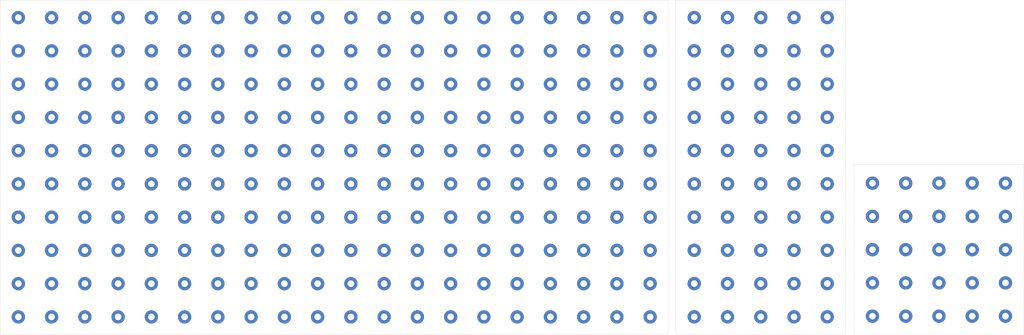
<source format=kicad_pcb>
(kicad_pcb (version 20211014) (generator pcbnew)
  (layers (0 "F.Cu" signal) (31 "B.Cu" signal) (34 "B.Paste" user) (35 "F.Paste" user) (36 "B.SilkS" user "B.Silkscreen") (37 "F.SilkS" user "F.Silkscreen") (38 "B.Mask" user) (39 "F.Mask" user) (44 "Edge.Cuts" user))
  (net 0 "")
  (footprint "MountingHole:MountingHole_3mm_Pad" (layer "F.Cu") (at -301.295 175.255)
    (fp_text reference "REF**272" hide)
    (fp_text value "MountingHole_3mm_Pad" hide)
    (pad "1" thru_hole circle locked (at 0 0) (size 6 6) (drill 3) (layers *.Cu *.Mask))
  )
  (footprint "MountingHole:MountingHole_3mm_Pad" (layer "F.Cu") (at -271.295 40.255)
    (fp_text reference "REF**4" hide)
    (fp_text value "MountingHole_3mm_Pad" hide)
    (pad "1" thru_hole circle locked (at 0 0) (size 6 6) (drill 3) (layers *.Cu *.Mask))
  )
  (footprint "MountingHole:MountingHole_3mm_Pad" (layer "F.Cu") (at -151.295 145.255)
    (fp_text reference "REF**222" hide)
    (fp_text value "MountingHole_3mm_Pad" hide)
    (pad "1" thru_hole circle locked (at 0 0) (size 6 6) (drill 3) (layers *.Cu *.Mask))
  )
  (footprint "MountingHole:MountingHole_3mm_Pad" (layer "F.Cu") (at -136.295 160.255)
    (fp_text reference "REF**253" hide)
    (fp_text value "MountingHole_3mm_Pad" hide)
    (pad "1" thru_hole circle locked (at 0 0) (size 6 6) (drill 3) (layers *.Cu *.Mask))
  )
  (footprint "MountingHole:MountingHole_3mm_Pad" (layer "F.Cu") (at -166.295 40.255)
    (fp_text reference "REF**11" hide)
    (fp_text value "MountingHole_3mm_Pad" hide)
    (pad "1" thru_hole circle locked (at 0 0) (size 6 6) (drill 3) (layers *.Cu *.Mask))
  )
  (footprint "MountingHole:MountingHole_3mm_Pad" (layer "F.Cu") (at -151.295 175.255)
    (fp_text reference "REF**282" hide)
    (fp_text value "MountingHole_3mm_Pad" hide)
    (pad "1" thru_hole circle locked (at 0 0) (size 6 6) (drill 3) (layers *.Cu *.Mask))
  )
  (footprint "MountingHole:MountingHole_3mm_Pad" (layer "F.Cu") (at -91.295 40.255)
    (fp_text reference "REF**16" hide)
    (fp_text value "MountingHole_3mm_Pad" hide)
    (pad "1" thru_hole circle locked (at 0 0) (size 6 6) (drill 3) (layers *.Cu *.Mask))
  )
  (footprint "MountingHole:MountingHole_3mm_Pad" (layer "F.Cu") (at 53.97 159.92)
    (fp_text reference "REF**90" hide)
    (fp_text value "MountingHole_3mm_Pad" hide)
    (pad "1" thru_hole circle locked (at 0 0) (size 6 6) (drill 3) (layers *.Cu *.Mask))
  )
  (footprint "MountingHole:MountingHole_3mm_Pad" (layer "F.Cu") (at -106.295 130.255)
    (fp_text reference "REF**195" hide)
    (fp_text value "MountingHole_3mm_Pad" hide)
    (pad "1" thru_hole circle locked (at 0 0) (size 6 6) (drill 3) (layers *.Cu *.Mask))
  )
  (footprint "MountingHole:MountingHole_3mm_Pad" (layer "F.Cu") (at -316.295 145.255)
    (fp_text reference "REF**211" hide)
    (fp_text value "MountingHole_3mm_Pad" hide)
    (pad "1" thru_hole circle locked (at 0 0) (size 6 6) (drill 3) (layers *.Cu *.Mask))
  )
  (footprint "MountingHole:MountingHole_3mm_Pad" (layer "F.Cu") (at -121.295 85.255)
    (fp_text reference "REF**104" hide)
    (fp_text value "MountingHole_3mm_Pad" hide)
    (pad "1" thru_hole circle locked (at 0 0) (size 6 6) (drill 3) (layers *.Cu *.Mask))
  )
  (footprint "MountingHole:MountingHole_3mm_Pad" (layer "F.Cu") (at -11.411668 160.22)
    (fp_text reference "REF**241" hide)
    (fp_text value "MountingHole_3mm_Pad" hide)
    (pad "1" thru_hole circle locked (at 0 0) (size 6 6) (drill 3) (layers *.Cu *.Mask))
  )
  (footprint "MountingHole:MountingHole_3mm_Pad" (layer "F.Cu") (at -151.295 40.255)
    (fp_text reference "REF**12" hide)
    (fp_text value "MountingHole_3mm_Pad" hide)
    (pad "1" thru_hole circle locked (at 0 0) (size 6 6) (drill 3) (layers *.Cu *.Mask))
  )
  (footprint "MountingHole:MountingHole_3mm_Pad" (layer "F.Cu") (at -316.295 40.255)
    (fp_text reference "REF**1" hide)
    (fp_text value "MountingHole_3mm_Pad" hide)
    (pad "1" thru_hole circle locked (at 0 0) (size 6 6) (drill 3) (layers *.Cu *.Mask))
  )
  (footprint "MountingHole:MountingHole_3mm_Pad" (layer "F.Cu") (at -76.295 115.255)
    (fp_text reference "REF**167" hide)
    (fp_text value "MountingHole_3mm_Pad" hide)
    (pad "1" thru_hole circle locked (at 0 0) (size 6 6) (drill 3) (layers *.Cu *.Mask))
  )
  (footprint "MountingHole:MountingHole_3mm_Pad" (layer "F.Cu") (at -331.295 145.255)
    (fp_text reference "REF**210" hide)
    (fp_text value "MountingHole_3mm_Pad" hide)
    (pad "1" thru_hole circle locked (at 0 0) (size 6 6) (drill 3) (layers *.Cu *.Mask))
  )
  (footprint "MountingHole:MountingHole_3mm_Pad" (layer "F.Cu") (at -166.295 160.255)
    (fp_text reference "REF**251" hide)
    (fp_text value "MountingHole_3mm_Pad" hide)
    (pad "1" thru_hole circle locked (at 0 0) (size 6 6) (drill 3) (layers *.Cu *.Mask))
  )
  (footprint "MountingHole:MountingHole_3mm_Pad" (layer "F.Cu") (at 53.97 114.92)
    (fp_text reference "REF**" hide)
    (fp_text value "MountingHole_3mm_Pad" hide)
    (pad "1" thru_hole circle locked (at 0 0) (size 6 6) (drill 3) (layers *.Cu *.Mask))
  )
  (footprint "MountingHole:MountingHole_3mm_Pad" (layer "F.Cu") (at -151.295 160.255)
    (fp_text reference "REF**252" hide)
    (fp_text value "MountingHole_3mm_Pad" hide)
    (pad "1" thru_hole circle locked (at 0 0) (size 6 6) (drill 3) (layers *.Cu *.Mask))
  )
  (footprint "MountingHole:MountingHole_3mm_Pad" (layer "F.Cu") (at -286.295 115.255)
    (fp_text reference "REF**153" hide)
    (fp_text value "MountingHole_3mm_Pad" hide)
    (pad "1" thru_hole circle locked (at 0 0) (size 6 6) (drill 3) (layers *.Cu *.Mask))
  )
  (footprint "MountingHole:MountingHole_3mm_Pad" (layer "F.Cu") (at -151.295 100.255)
    (fp_text reference "REF**132" hide)
    (fp_text value "MountingHole_3mm_Pad" hide)
    (pad "1" thru_hole circle locked (at 0 0) (size 6 6) (drill 3) (layers *.Cu *.Mask))
  )
  (footprint "MountingHole:MountingHole_3mm_Pad" (layer "F.Cu") (at -46.295 145.255)
    (fp_text reference "REF**229" hide)
    (fp_text value "MountingHole_3mm_Pad" hide)
    (pad "1" thru_hole circle locked (at 0 0) (size 6 6) (drill 3) (layers *.Cu *.Mask))
  )
  (footprint "MountingHole:MountingHole_3mm_Pad" (layer "F.Cu") (at -331.295 130.255)
    (fp_text reference "REF**180" hide)
    (fp_text value "MountingHole_3mm_Pad" hide)
    (pad "1" thru_hole circle locked (at 0 0) (size 6 6) (drill 3) (layers *.Cu *.Mask))
  )
  (footprint "MountingHole:MountingHole_3mm_Pad" (layer "F.Cu") (at 18.588332 130.22)
    (fp_text reference "REF**183" hide)
    (fp_text value "MountingHole_3mm_Pad" hide)
    (pad "1" thru_hole circle locked (at 0 0) (size 6 6) (drill 3) (layers *.Cu *.Mask))
  )
  (footprint "MountingHole:MountingHole_3mm_Pad" (layer "F.Cu") (at -46.295 70.255)
    (fp_text reference "REF**79" hide)
    (fp_text value "MountingHole_3mm_Pad" hide)
    (pad "1" thru_hole circle locked (at 0 0) (size 6 6) (drill 3) (layers *.Cu *.Mask))
  )
  (footprint "MountingHole:MountingHole_3mm_Pad" (layer "F.Cu") (at -91.295 100.255)
    (fp_text reference "REF**136" hide)
    (fp_text value "MountingHole_3mm_Pad" hide)
    (pad "1" thru_hole circle locked (at 0 0) (size 6 6) (drill 3) (layers *.Cu *.Mask))
  )
  (footprint "MountingHole:MountingHole_3mm_Pad" (layer "F.Cu") (at -316.295 160.255)
    (fp_text reference "REF**241" hide)
    (fp_text value "MountingHole_3mm_Pad" hide)
    (pad "1" thru_hole circle locked (at 0 0) (size 6 6) (drill 3) (layers *.Cu *.Mask))
  )
  (footprint "MountingHole:MountingHole_3mm_Pad" (layer "F.Cu") (at -91.295 70.255)
    (fp_text reference "REF**76" hide)
    (fp_text value "MountingHole_3mm_Pad" hide)
    (pad "1" thru_hole circle locked (at 0 0) (size 6 6) (drill 3) (layers *.Cu *.Mask))
  )
  (footprint "MountingHole:MountingHole_3mm_Pad" (layer "F.Cu") (at -61.295 115.255)
    (fp_text reference "REF**168" hide)
    (fp_text value "MountingHole_3mm_Pad" hide)
    (pad "1" thru_hole circle locked (at 0 0) (size 6 6) (drill 3) (layers *.Cu *.Mask))
  )
  (footprint "MountingHole:MountingHole_3mm_Pad" (layer "F.Cu") (at 18.588332 175.22)
    (fp_text reference "REF**273" hide)
    (fp_text value "MountingHole_3mm_Pad" hide)
    (pad "1" thru_hole circle locked (at 0 0) (size 6 6) (drill 3) (layers *.Cu *.Mask))
  )
  (footprint "MountingHole:MountingHole_3mm_Pad" (layer "F.Cu") (at -331.295 70.255)
    (fp_text reference "REF**60" hide)
    (fp_text value "MountingHole_3mm_Pad" hide)
    (pad "1" thru_hole circle locked (at 0 0) (size 6 6) (drill 3) (layers *.Cu *.Mask))
  )
  (footprint "MountingHole:MountingHole_3mm_Pad" (layer "F.Cu") (at -316.295 85.255)
    (fp_text reference "REF**91" hide)
    (fp_text value "MountingHole_3mm_Pad" hide)
    (pad "1" thru_hole circle locked (at 0 0) (size 6 6) (drill 3) (layers *.Cu *.Mask))
  )
  (footprint "MountingHole:MountingHole_3mm_Pad" (layer "F.Cu") (at -196.295 100.255)
    (fp_text reference "REF**129" hide)
    (fp_text value "MountingHole_3mm_Pad" hide)
    (pad "1" thru_hole circle locked (at 0 0) (size 6 6) (drill 3) (layers *.Cu *.Mask))
  )
  (footprint "MountingHole:MountingHole_3mm_Pad" (layer "F.Cu") (at -91.295 160.255)
    (fp_text reference "REF**256" hide)
    (fp_text value "MountingHole_3mm_Pad" hide)
    (pad "1" thru_hole circle locked (at 0 0) (size 6 6) (drill 3) (layers *.Cu *.Mask))
  )
  (footprint "MountingHole:MountingHole_3mm_Pad" (layer "F.Cu") (at -331.295 85.255)
    (fp_text reference "REF**90" hide)
    (fp_text value "MountingHole_3mm_Pad" hide)
    (pad "1" thru_hole circle locked (at 0 0) (size 6 6) (drill 3) (layers *.Cu *.Mask))
  )
  (footprint "MountingHole:MountingHole_3mm_Pad" (layer "F.Cu") (at -286.295 70.255)
    (fp_text reference "REF**63" hide)
    (fp_text value "MountingHole_3mm_Pad" hide)
    (pad "1" thru_hole circle locked (at 0 0) (size 6 6) (drill 3) (layers *.Cu *.Mask))
  )
  (footprint "MountingHole:MountingHole_3mm_Pad" (layer "F.Cu") (at -271.295 160.255)
    (fp_text reference "REF**244" hide)
    (fp_text value "MountingHole_3mm_Pad" hide)
    (pad "1" thru_hole circle locked (at 0 0) (size 6 6) (drill 3) (layers *.Cu *.Mask))
  )
  (footprint "MountingHole:MountingHole_3mm_Pad" (layer "F.Cu") (at -181.295 130.255)
    (fp_text reference "REF**190" hide)
    (fp_text value "MountingHole_3mm_Pad" hide)
    (pad "1" thru_hole circle locked (at 0 0) (size 6 6) (drill 3) (layers *.Cu *.Mask))
  )
  (footprint "MountingHole:MountingHole_3mm_Pad" (layer "F.Cu") (at -196.295 40.255)
    (fp_text reference "REF**9" hide)
    (fp_text value "MountingHole_3mm_Pad" hide)
    (pad "1" thru_hole circle locked (at 0 0) (size 6 6) (drill 3) (layers *.Cu *.Mask))
  )
  (footprint "MountingHole:MountingHole_3mm_Pad" (layer "F.Cu") (at 3.588332 100.22)
    (fp_text reference "REF**122" hide)
    (fp_text value "MountingHole_3mm_Pad" hide)
    (pad "1" thru_hole circle locked (at 0 0) (size 6 6) (drill 3) (layers *.Cu *.Mask))
  )
  (footprint "MountingHole:MountingHole_3mm_Pad" (layer "F.Cu") (at -271.295 175.255)
    (fp_text reference "REF**274" hide)
    (fp_text value "MountingHole_3mm_Pad" hide)
    (pad "1" thru_hole circle locked (at 0 0) (size 6 6) (drill 3) (layers *.Cu *.Mask))
  )
  (footprint "MountingHole:MountingHole_3mm_Pad" (layer "F.Cu") (at -286.295 130.255)
    (fp_text reference "REF**183" hide)
    (fp_text value "MountingHole_3mm_Pad" hide)
    (pad "1" thru_hole circle locked (at 0 0) (size 6 6) (drill 3) (layers *.Cu *.Mask))
  )
  (footprint "MountingHole:MountingHole_3mm_Pad" (layer "F.Cu") (at -11.411668 175.22)
    (fp_text reference "REF**271" hide)
    (fp_text value "MountingHole_3mm_Pad" hide)
    (pad "1" thru_hole circle locked (at 0 0) (size 6 6) (drill 3) (layers *.Cu *.Mask))
  )
  (footprint "MountingHole:MountingHole_3mm_Pad" (layer "F.Cu") (at -331.295 55.255)
    (fp_text reference "REF**30" hide)
    (fp_text value "MountingHole_3mm_Pad" hide)
    (pad "1" thru_hole circle locked (at 0 0) (size 6 6) (drill 3) (layers *.Cu *.Mask))
  )
  (footprint "MountingHole:MountingHole_3mm_Pad" (layer "F.Cu") (at -61.295 100.255)
    (fp_text reference "REF**138" hide)
    (fp_text value "MountingHole_3mm_Pad" hide)
    (pad "1" thru_hole circle locked (at 0 0) (size 6 6) (drill 3) (layers *.Cu *.Mask))
  )
  (footprint "MountingHole:MountingHole_3mm_Pad" (layer "F.Cu") (at -91.295 130.255)
    (fp_text reference "REF**196" hide)
    (fp_text value "MountingHole_3mm_Pad" hide)
    (pad "1" thru_hole circle locked (at 0 0) (size 6 6) (drill 3) (layers *.Cu *.Mask))
  )
  (footprint "MountingHole:MountingHole_3mm_Pad" (layer "F.Cu") (at -91.295 145.255)
    (fp_text reference "REF**226" hide)
    (fp_text value "MountingHole_3mm_Pad" hide)
    (pad "1" thru_hole circle locked (at 0 0) (size 6 6) (drill 3) (layers *.Cu *.Mask))
  )
  (footprint "MountingHole:MountingHole_3mm_Pad" (layer "F.Cu") (at -181.295 85.255)
    (fp_text reference "REF**100" hide)
    (fp_text value "MountingHole_3mm_Pad" hide)
    (pad "1" thru_hole circle locked (at 0 0) (size 6 6) (drill 3) (layers *.Cu *.Mask))
  )
  (footprint "MountingHole:MountingHole_3mm_Pad" (layer "F.Cu") (at 3.588332 55.22)
    (fp_text reference "REF**32" hide)
    (fp_text value "MountingHole_3mm_Pad" hide)
    (pad "1" thru_hole circle locked (at 0 0) (size 6 6) (drill 3) (layers *.Cu *.Mask))
  )
  (footprint "MountingHole:MountingHole_3mm_Pad" (layer "F.Cu") (at -76.295 40.255)
    (fp_text reference "REF**17" hide)
    (fp_text value "MountingHole_3mm_Pad" hide)
    (pad "1" thru_hole circle locked (at 0 0) (size 6 6) (drill 3) (layers *.Cu *.Mask))
  )
  (footprint "MountingHole:MountingHole_3mm_Pad" (layer "F.Cu") (at -316.295 70.255)
    (fp_text reference "REF**61" hide)
    (fp_text value "MountingHole_3mm_Pad" hide)
    (pad "1" thru_hole circle locked (at 0 0) (size 6 6) (drill 3) (layers *.Cu *.Mask))
  )
  (footprint "MountingHole:MountingHole_3mm_Pad" (layer "F.Cu") (at -26.411668 40.22)
    (fp_text reference "REF**" hide)
    (fp_text value "MountingHole_3mm_Pad" hide)
    (pad "1" thru_hole circle locked (at 0 0) (size 6 6) (drill 3) (layers *.Cu *.Mask))
  )
  (footprint "MountingHole:MountingHole_3mm_Pad" (layer "F.Cu") (at -301.295 130.255)
    (fp_text reference "REF**182" hide)
    (fp_text value "MountingHole_3mm_Pad" hide)
    (pad "1" thru_hole circle locked (at 0 0) (size 6 6) (drill 3) (layers *.Cu *.Mask))
  )
  (footprint "MountingHole:MountingHole_3mm_Pad" (layer "F.Cu") (at -211.295 115.255)
    (fp_text reference "REF**158" hide)
    (fp_text value "MountingHole_3mm_Pad" hide)
    (pad "1" thru_hole circle locked (at 0 0) (size 6 6) (drill 3) (layers *.Cu *.Mask))
  )
  (footprint "MountingHole:MountingHole_3mm_Pad" (layer "F.Cu") (at -26.411668 130.22)
    (fp_text reference "REF**180" hide)
    (fp_text value "MountingHole_3mm_Pad" hide)
    (pad "1" thru_hole circle locked (at 0 0) (size 6 6) (drill 3) (layers *.Cu *.Mask))
  )
  (footprint "MountingHole:MountingHole_3mm_Pad" (layer "F.Cu") (at -106.295 70.255)
    (fp_text reference "REF**75" hide)
    (fp_text value "MountingHole_3mm_Pad" hide)
    (pad "1" thru_hole circle locked (at 0 0) (size 6 6) (drill 3) (layers *.Cu *.Mask))
  )
  (footprint "MountingHole:MountingHole_3mm_Pad" (layer "F.Cu") (at -196.295 175.255)
    (fp_text reference "REF**279" hide)
    (fp_text value "MountingHole_3mm_Pad" hide)
    (pad "1" thru_hole circle locked (at 0 0) (size 6 6) (drill 3) (layers *.Cu *.Mask))
  )
  (footprint "MountingHole:MountingHole_3mm_Pad" (layer "F.Cu") (at 3.588332 70.22)
    (fp_text reference "REF**62" hide)
    (fp_text value "MountingHole_3mm_Pad" hide)
    (pad "1" thru_hole circle locked (at 0 0) (size 6 6) (drill 3) (layers *.Cu *.Mask))
  )
  (footprint "MountingHole:MountingHole_3mm_Pad" (layer "F.Cu") (at -136.295 40.255)
    (fp_text reference "REF**13" hide)
    (fp_text value "MountingHole_3mm_Pad" hide)
    (pad "1" thru_hole circle locked (at 0 0) (size 6 6) (drill 3) (layers *.Cu *.Mask))
  )
  (footprint "MountingHole:MountingHole_3mm_Pad" (layer "F.Cu") (at -301.295 160.255)
    (fp_text reference "REF**242" hide)
    (fp_text value "MountingHole_3mm_Pad" hide)
    (pad "1" thru_hole circle locked (at 0 0) (size 6 6) (drill 3) (layers *.Cu *.Mask))
  )
  (footprint "MountingHole:MountingHole_3mm_Pad" (layer "F.Cu") (at 33.588332 55.22)
    (fp_text reference "REF**34" hide)
    (fp_text value "MountingHole_3mm_Pad" hide)
    (pad "1" thru_hole circle locked (at 0 0) (size 6 6) (drill 3) (layers *.Cu *.Mask))
  )
  (footprint "MountingHole:MountingHole_3mm_Pad" (layer "F.Cu") (at 113.97 129.92)
    (fp_text reference "REF**34" hide)
    (fp_text value "MountingHole_3mm_Pad" hide)
    (pad "1" thru_hole circle locked (at 0 0) (size 6 6) (drill 3) (layers *.Cu *.Mask))
  )
  (footprint "MountingHole:MountingHole_3mm_Pad" (layer "F.Cu") (at -256.295 145.255)
    (fp_text reference "REF**215" hide)
    (fp_text value "MountingHole_3mm_Pad" hide)
    (pad "1" thru_hole circle locked (at 0 0) (size 6 6) (drill 3) (layers *.Cu *.Mask))
  )
  (footprint "MountingHole:MountingHole_3mm_Pad" (layer "F.Cu") (at -226.295 100.255)
    (fp_text reference "REF**127" hide)
    (fp_text value "MountingHole_3mm_Pad" hide)
    (pad "1" thru_hole circle locked (at 0 0) (size 6 6) (drill 3) (layers *.Cu *.Mask))
  )
  (footprint "MountingHole:MountingHole_3mm_Pad" (layer "F.Cu") (at -256.295 70.255)
    (fp_text reference "REF**65" hide)
    (fp_text value "MountingHole_3mm_Pad" hide)
    (pad "1" thru_hole circle locked (at 0 0) (size 6 6) (drill 3) (layers *.Cu *.Mask))
  )
  (footprint "MountingHole:MountingHole_3mm_Pad" (layer "F.Cu") (at -196.295 160.255)
    (fp_text reference "REF**249" hide)
    (fp_text value "MountingHole_3mm_Pad" hide)
    (pad "1" thru_hole circle locked (at 0 0) (size 6 6) (drill 3) (layers *.Cu *.Mask))
  )
  (footprint "MountingHole:MountingHole_3mm_Pad" (layer "F.Cu") (at -166.295 85.255)
    (fp_text reference "REF**101" hide)
    (fp_text value "MountingHole_3mm_Pad" hide)
    (pad "1" thru_hole circle locked (at 0 0) (size 6 6) (drill 3) (layers *.Cu *.Mask))
  )
  (footprint "MountingHole:MountingHole_3mm_Pad" (layer "F.Cu") (at -241.295 175.255)
    (fp_text reference "REF**276" hide)
    (fp_text value "MountingHole_3mm_Pad" hide)
    (pad "1" thru_hole circle locked (at 0 0) (size 6 6) (drill 3) (layers *.Cu *.Mask))
  )
  (footprint "MountingHole:MountingHole_3mm_Pad" (layer "F.Cu") (at -211.295 55.255)
    (fp_text reference "REF**38" hide)
    (fp_text value "MountingHole_3mm_Pad" hide)
    (pad "1" thru_hole circle locked (at 0 0) (size 6 6) (drill 3) (layers *.Cu *.Mask))
  )
  (footprint "MountingHole:MountingHole_3mm_Pad" (layer "F.Cu") (at -61.295 85.255)
    (fp_text reference "REF**108" hide)
    (fp_text value "MountingHole_3mm_Pad" hide)
    (pad "1" thru_hole circle locked (at 0 0) (size 6 6) (drill 3) (layers *.Cu *.Mask))
  )
  (footprint "MountingHole:MountingHole_3mm_Pad" (layer "F.Cu") (at -316.295 100.255)
    (fp_text reference "REF**121" hide)
    (fp_text value "MountingHole_3mm_Pad" hide)
    (pad "1" thru_hole circle locked (at 0 0) (size 6 6) (drill 3) (layers *.Cu *.Mask))
  )
  (footprint "MountingHole:MountingHole_3mm_Pad" (layer "F.Cu") (at -181.295 100.255)
    (fp_text reference "REF**130" hide)
    (fp_text value "MountingHole_3mm_Pad" hide)
    (pad "1" thru_hole circle locked (at 0 0) (size 6 6) (drill 3) (layers *.Cu *.Mask))
  )
  (footprint "MountingHole:MountingHole_3mm_Pad" (layer "F.Cu") (at -106.295 55.255)
    (fp_text reference "REF**45" hide)
    (fp_text value "MountingHole_3mm_Pad" hide)
    (pad "1" thru_hole circle locked (at 0 0) (size 6 6) (drill 3) (layers *.Cu *.Mask))
  )
  (footprint "MountingHole:MountingHole_3mm_Pad" (layer "F.Cu") (at 68.97 114.92)
    (fp_text reference "REF**1" hide)
    (fp_text value "MountingHole_3mm_Pad" hide)
    (pad "1" thru_hole circle locked (at 0 0) (size 6 6) (drill 3) (layers *.Cu *.Mask))
  )
  (footprint "MountingHole:MountingHole_3mm_Pad" (layer "F.Cu") (at -91.295 85.255)
    (fp_text reference "REF**106" hide)
    (fp_text value "MountingHole_3mm_Pad" hide)
    (pad "1" thru_hole circle locked (at 0 0) (size 6 6) (drill 3) (layers *.Cu *.Mask))
  )
  (footprint "MountingHole:MountingHole_3mm_Pad" (layer "F.Cu") (at -121.295 115.255)
    (fp_text reference "REF**164" hide)
    (fp_text value "MountingHole_3mm_Pad" hide)
    (pad "1" thru_hole circle locked (at 0 0) (size 6 6) (drill 3) (layers *.Cu *.Mask))
  )
  (footprint "MountingHole:MountingHole_3mm_Pad" (layer "F.Cu") (at -301.295 55.255)
    (fp_text reference "REF**32" hide)
    (fp_text value "MountingHole_3mm_Pad" hide)
    (pad "1" thru_hole circle locked (at 0 0) (size 6 6) (drill 3) (layers *.Cu *.Mask))
  )
  (footprint "MountingHole:MountingHole_3mm_Pad" (layer "F.Cu") (at -181.295 40.255)
    (fp_text reference "REF**10" hide)
    (fp_text value "MountingHole_3mm_Pad" hide)
    (pad "1" thru_hole circle locked (at 0 0) (size 6 6) (drill 3) (layers *.Cu *.Mask))
  )
  (footprint "MountingHole:MountingHole_3mm_Pad" (layer "F.Cu") (at 98.97 129.92)
    (fp_text reference "REF**33" hide)
    (fp_text value "MountingHole_3mm_Pad" hide)
    (pad "1" thru_hole circle locked (at 0 0) (size 6 6) (drill 3) (layers *.Cu *.Mask))
  )
  (footprint "MountingHole:MountingHole_3mm_Pad" (layer "F.Cu") (at 3.588332 145.22)
    (fp_text reference "REF**212" hide)
    (fp_text value "MountingHole_3mm_Pad" hide)
    (pad "1" thru_hole circle locked (at 0 0) (size 6 6) (drill 3) (layers *.Cu *.Mask))
  )
  (footprint "MountingHole:MountingHole_3mm_Pad" (layer "F.Cu") (at -226.295 130.255)
    (fp_text reference "REF**187" hide)
    (fp_text value "MountingHole_3mm_Pad" hide)
    (pad "1" thru_hole circle locked (at 0 0) (size 6 6) (drill 3) (layers *.Cu *.Mask))
  )
  (footprint "MountingHole:MountingHole_3mm_Pad" (layer "F.Cu") (at 18.588332 145.22)
    (fp_text reference "REF**213" hide)
    (fp_text value "MountingHole_3mm_Pad" hide)
    (pad "1" thru_hole circle locked (at 0 0) (size 6 6) (drill 3) (layers *.Cu *.Mask))
  )
  (footprint "MountingHole:MountingHole_3mm_Pad" (layer "F.Cu") (at -26.411668 100.22)
    (fp_text reference "REF**120" hide)
    (fp_text value "MountingHole_3mm_Pad" hide)
    (pad "1" thru_hole circle locked (at 0 0) (size 6 6) (drill 3) (layers *.Cu *.Mask))
  )
  (footprint "MountingHole:MountingHole_3mm_Pad" (layer "F.Cu") (at -226.295 145.255)
    (fp_text reference "REF**217" hide)
    (fp_text value "MountingHole_3mm_Pad" hide)
    (pad "1" thru_hole circle locked (at 0 0) (size 6 6) (drill 3) (layers *.Cu *.Mask))
  )
  (footprint "MountingHole:MountingHole_3mm_Pad" (layer "F.Cu") (at -226.295 115.255)
    (fp_text reference "REF**157" hide)
    (fp_text value "MountingHole_3mm_Pad" hide)
    (pad "1" thru_hole circle locked (at 0 0) (size 6 6) (drill 3) (layers *.Cu *.Mask))
  )
  (footprint "MountingHole:MountingHole_3mm_Pad" (layer "F.Cu") (at -211.295 70.255)
    (fp_text reference "REF**68" hide)
    (fp_text value "MountingHole_3mm_Pad" hide)
    (pad "1" thru_hole circle locked (at 0 0) (size 6 6) (drill 3) (layers *.Cu *.Mask))
  )
  (footprint "MountingHole:MountingHole_3mm_Pad" (layer "F.Cu") (at 113.97 114.92)
    (fp_text reference "REF**4" hide)
    (fp_text value "MountingHole_3mm_Pad" hide)
    (pad "1" thru_hole circle locked (at 0 0) (size 6 6) (drill 3) (layers *.Cu *.Mask))
  )
  (footprint "MountingHole:MountingHole_3mm_Pad" (layer "F.Cu") (at -286.295 40.255)
    (fp_text reference "REF**3" hide)
    (fp_text value "MountingHole_3mm_Pad" hide)
    (pad "1" thru_hole circle locked (at 0 0) (size 6 6) (drill 3) (layers *.Cu *.Mask))
  )
  (footprint "MountingHole:MountingHole_3mm_Pad" (layer "F.Cu") (at -256.295 175.255)
    (fp_text reference "REF**275" hide)
    (fp_text value "MountingHole_3mm_Pad" hide)
    (pad "1" thru_hole circle locked (at 0 0) (size 6 6) (drill 3) (layers *.Cu *.Mask))
  )
  (footprint "MountingHole:MountingHole_3mm_Pad" (layer "F.Cu") (at -181.295 70.255)
    (fp_text reference "REF**70" hide)
    (fp_text value "MountingHole_3mm_Pad" hide)
    (pad "1" thru_hole circle locked (at 0 0) (size 6 6) (drill 3) (layers *.Cu *.Mask))
  )
  (footprint "MountingHole:MountingHole_3mm_Pad" (layer "F.Cu") (at 53.97 129.92)
    (fp_text reference "REF**30" hide)
    (fp_text value "MountingHole_3mm_Pad" hide)
    (pad "1" thru_hole circle locked (at 0 0) (size 6 6) (drill 3) (layers *.Cu *.Mask))
  )
  (footprint "MountingHole:MountingHole_3mm_Pad" (layer "F.Cu") (at 18.588332 160.22)
    (fp_text reference "REF**243" hide)
    (fp_text value "MountingHole_3mm_Pad" hide)
    (pad "1" thru_hole circle locked (at 0 0) (size 6 6) (drill 3) (layers *.Cu *.Mask))
  )
  (footprint "MountingHole:MountingHole_3mm_Pad" (layer "F.Cu") (at -181.295 175.255)
    (fp_text reference "REF**280" hide)
    (fp_text value "MountingHole_3mm_Pad" hide)
    (pad "1" thru_hole circle locked (at 0 0) (size 6 6) (drill 3) (layers *.Cu *.Mask))
  )
  (footprint "MountingHole:MountingHole_3mm_Pad" (layer "F.Cu") (at -136.295 145.255)
    (fp_text reference "REF**223" hide)
    (fp_text value "MountingHole_3mm_Pad" hide)
    (pad "1" thru_hole circle locked (at 0 0) (size 6 6) (drill 3) (layers *.Cu *.Mask))
  )
  (footprint "MountingHole:MountingHole_3mm_Pad" (layer "F.Cu") (at 3.588332 175.22)
    (fp_text reference "REF**272" hide)
    (fp_text value "MountingHole_3mm_Pad" hide)
    (pad "1" thru_hole circle locked (at 0 0) (size 6 6) (drill 3) (layers *.Cu *.Mask))
  )
  (footprint "MountingHole:MountingHole_3mm_Pad" (layer "F.Cu") (at 3.588332 160.22)
    (fp_text reference "REF**242" hide)
    (fp_text value "MountingHole_3mm_Pad" hide)
    (pad "1" thru_hole circle locked (at 0 0) (size 6 6) (drill 3) (layers *.Cu *.Mask))
  )
  (footprint "MountingHole:MountingHole_3mm_Pad" (layer "F.Cu") (at -26.411668 145.22)
    (fp_text reference "REF**210" hide)
    (fp_text value "MountingHole_3mm_Pad" hide)
    (pad "1" thru_hole circle locked (at 0 0) (size 6 6) (drill 3) (layers *.Cu *.Mask))
  )
  (footprint "MountingHole:MountingHole_3mm_Pad" (layer "F.Cu") (at 33.588332 70.22)
    (fp_text reference "REF**64" hide)
    (fp_text value "MountingHole_3mm_Pad" hide)
    (pad "1" thru_hole circle locked (at 0 0) (size 6 6) (drill 3) (layers *.Cu *.Mask))
  )
  (footprint "MountingHole:MountingHole_3mm_Pad" (layer "F.Cu") (at -286.295 85.255)
    (fp_text reference "REF**93" hide)
    (fp_text value "MountingHole_3mm_Pad" hide)
    (pad "1" thru_hole circle locked (at 0 0) (size 6 6) (drill 3) (layers *.Cu *.Mask))
  )
  (footprint "MountingHole:MountingHole_3mm_Pad" (layer "F.Cu") (at 18.588332 40.22)
    (fp_text reference "REF**3" hide)
    (fp_text value "MountingHole_3mm_Pad" hide)
    (pad "1" thru_hole circle locked (at 0 0) (size 6 6) (drill 3) (layers *.Cu *.Mask))
  )
  (footprint "MountingHole:MountingHole_3mm_Pad" (layer "F.Cu") (at -256.295 115.255)
    (fp_text reference "REF**155" hide)
    (fp_text value "MountingHole_3mm_Pad" hide)
    (pad "1" thru_hole circle locked (at 0 0) (size 6 6) (drill 3) (layers *.Cu *.Mask))
  )
  (footprint "MountingHole:MountingHole_3mm_Pad" (layer "F.Cu") (at -46.295 100.255)
    (fp_text reference "REF**139" hide)
    (fp_text value "MountingHole_3mm_Pad" hide)
    (pad "1" thru_hole circle locked (at 0 0) (size 6 6) (drill 3) (layers *.Cu *.Mask))
  )
  (footprint "MountingHole:MountingHole_3mm_Pad" (layer "F.Cu") (at -271.295 145.255)
    (fp_text reference "REF**214" hide)
    (fp_text value "MountingHole_3mm_Pad" hide)
    (pad "1" thru_hole circle locked (at 0 0) (size 6 6) (drill 3) (layers *.Cu *.Mask))
  )
  (footprint "MountingHole:MountingHole_3mm_Pad" (layer "F.Cu") (at -106.295 85.255)
    (fp_text reference "REF**105" hide)
    (fp_text value "MountingHole_3mm_Pad" hide)
    (pad "1" thru_hole circle locked (at 0 0) (size 6 6) (drill 3) (layers *.Cu *.Mask))
  )
  (footprint "MountingHole:MountingHole_3mm_Pad" (layer "F.Cu") (at -271.295 115.255)
    (fp_text reference "REF**154" hide)
    (fp_text value "MountingHole_3mm_Pad" hide)
    (pad "1" thru_hole circle locked (at 0 0) (size 6 6) (drill 3) (layers *.Cu *.Mask))
  )
  (footprint "MountingHole:MountingHole_3mm_Pad" (layer "F.Cu") (at -196.295 145.255)
    (fp_text reference "REF**219" hide)
    (fp_text value "MountingHole_3mm_Pad" hide)
    (pad "1" thru_hole circle locked (at 0 0) (size 6 6) (drill 3) (layers *.Cu *.Mask))
  )
  (footprint "MountingHole:MountingHole_3mm_Pad" (layer "F.Cu") (at 18.588332 70.22)
    (fp_text reference "REF**63" hide)
    (fp_text value "MountingHole_3mm_Pad" hide)
    (pad "1" thru_hole circle locked (at 0 0) (size 6 6) (drill 3) (layers *.Cu *.Mask))
  )
  (footprint "MountingHole:MountingHole_3mm_Pad" (layer "F.Cu") (at -166.295 130.255)
    (fp_text reference "REF**191" hide)
    (fp_text value "MountingHole_3mm_Pad" hide)
    (pad "1" thru_hole circle locked (at 0 0) (size 6 6) (drill 3) (layers *.Cu *.Mask))
  )
  (footprint "MountingHole:MountingHole_3mm_Pad" (layer "F.Cu") (at -151.295 55.255)
    (fp_text reference "REF**42" hide)
    (fp_text value "MountingHole_3mm_Pad" hide)
    (pad "1" thru_hole circle locked (at 0 0) (size 6 6) (drill 3) (layers *.Cu *.Mask))
  )
  (footprint "MountingHole:MountingHole_3mm_Pad" (layer "F.Cu") (at -76.295 70.255)
    (fp_text reference "REF**77" hide)
    (fp_text value "MountingHole_3mm_Pad" hide)
    (pad "1" thru_hole circle locked (at 0 0) (size 6 6) (drill 3) (layers *.Cu *.Mask))
  )
  (footprint "MountingHole:MountingHole_3mm_Pad" (layer "F.Cu") (at -316.295 175.255)
    (fp_text reference "REF**271" hide)
    (fp_text value "MountingHole_3mm_Pad" hide)
    (pad "1" thru_hole circle locked (at 0 0) (size 6 6) (drill 3) (layers *.Cu *.Mask))
  )
  (footprint "MountingHole:MountingHole_3mm_Pad" (layer "F.Cu") (at -286.295 160.255)
    (fp_text reference "REF**243" hide)
    (fp_text value "MountingHole_3mm_Pad" hide)
    (pad "1" thru_hole circle locked (at 0 0) (size 6 6) (drill 3) (layers *.Cu *.Mask))
  )
  (footprint "MountingHole:MountingHole_3mm_Pad" (layer "F.Cu") (at -136.295 100.255)
    (fp_text reference "REF**133" hide)
    (fp_text value "MountingHole_3mm_Pad" hide)
    (pad "1" thru_hole circle locked (at 0 0) (size 6 6) (drill 3) (layers *.Cu *.Mask))
  )
  (footprint "MountingHole:MountingHole_3mm_Pad" (layer "F.Cu") (at 68.97 174.92)
    (fp_text reference "REF**121" hide)
    (fp_text value "MountingHole_3mm_Pad" hide)
    (pad "1" thru_hole circle locked (at 0 0) (size 6 6) (drill 3) (layers *.Cu *.Mask))
  )
  (footprint "MountingHole:MountingHole_3mm_Pad" (layer "F.Cu") (at -211.295 145.255)
    (fp_text reference "REF**218" hide)
    (fp_text value "MountingHole_3mm_Pad" hide)
    (pad "1" thru_hole circle locked (at 0 0) (size 6 6) (drill 3) (layers *.Cu *.Mask))
  )
  (footprint "MountingHole:MountingHole_3mm_Pad" (layer "F.Cu") (at -241.295 85.255)
    (fp_text reference "REF**96" hide)
    (fp_text value "MountingHole_3mm_Pad" hide)
    (pad "1" thru_hole circle locked (at 0 0) (size 6 6) (drill 3) (layers *.Cu *.Mask))
  )
  (footprint "MountingHole:MountingHole_3mm_Pad" (layer "F.Cu") (at -106.295 100.255)
    (fp_text reference "REF**135" hide)
    (fp_text value "MountingHole_3mm_Pad" hide)
    (pad "1" thru_hole circle locked (at 0 0) (size 6 6) (drill 3) (layers *.Cu *.Mask))
  )
  (footprint "MountingHole:MountingHole_3mm_Pad" (layer "F.Cu") (at -241.295 100.255)
    (fp_text reference "REF**126" hide)
    (fp_text value "MountingHole_3mm_Pad" hide)
    (pad "1" thru_hole circle locked (at 0 0) (size 6 6) (drill 3) (layers *.Cu *.Mask))
  )
  (footprint "MountingHole:MountingHole_3mm_Pad" (layer "F.Cu") (at -316.295 55.255)
    (fp_text reference "REF**31" hide)
    (fp_text value "MountingHole_3mm_Pad" hide)
    (pad "1" thru_hole circle locked (at 0 0) (size 6 6) (drill 3) (layers *.Cu *.Mask))
  )
  (footprint "MountingHole:MountingHole_3mm_Pad" (layer "F.Cu") (at -121.295 130.255)
    (fp_text reference "REF**194" hide)
    (fp_text value "MountingHole_3mm_Pad" hide)
    (pad "1" thru_hole circle locked (at 0 0) (size 6 6) (drill 3) (layers *.Cu *.Mask))
  )
  (footprint "MountingHole:MountingHole_3mm_Pad" (layer "F.Cu") (at -316.295 130.255)
    (fp_text reference "REF**181" hide)
    (fp_text value "MountingHole_3mm_Pad" hide)
    (pad "1" thru_hole circle locked (at 0 0) (size 6 6) (drill 3) (layers *.Cu *.Mask))
  )
  (footprint "MountingHole:MountingHole_3mm_Pad" (layer "F.Cu") (at -121.295 55.255)
    (fp_text reference "REF**44" hide)
    (fp_text value "MountingHole_3mm_Pad" hide)
    (pad "1" thru_hole circle locked (at 0 0) (size 6 6) (drill 3) (layers *.Cu *.Mask))
  )
  (footprint "MountingHole:MountingHole_3mm_Pad" (layer "F.Cu") (at 33.588332 85.22)
    (fp_text reference "REF**94" hide)
    (fp_text value "MountingHole_3mm_Pad" hide)
    (pad "1" thru_hole circle locked (at 0 0) (size 6 6) (drill 3) (layers *.Cu *.Mask))
  )
  (footprint "MountingHole:MountingHole_3mm_Pad" (layer "F.Cu") (at -106.295 160.255)
    (fp_text reference "REF**255" hide)
    (fp_text value "MountingHole_3mm_Pad" hide)
    (pad "1" thru_hole circle locked (at 0 0) (size 6 6) (drill 3) (layers *.Cu *.Mask))
  )
  (footprint "MountingHole:MountingHole_3mm_Pad" (layer "F.Cu") (at -181.295 55.255)
    (fp_text reference "REF**40" hide)
    (fp_text value "MountingHole_3mm_Pad" hide)
    (pad "1" thru_hole circle locked (at 0 0) (size 6 6) (drill 3) (layers *.Cu *.Mask))
  )
  (footprint "MountingHole:MountingHole_3mm_Pad" (layer "F.Cu") (at -181.295 145.255)
    (fp_text reference "REF**220" hide)
    (fp_text value "MountingHole_3mm_Pad" hide)
    (pad "1" thru_hole circle locked (at 0 0) (size 6 6) (drill 3) (layers *.Cu *.Mask))
  )
  (footprint "MountingHole:MountingHole_3mm_Pad" (layer "F.Cu") (at -61.295 130.255)
    (fp_text reference "REF**198" hide)
    (fp_text value "MountingHole_3mm_Pad" hide)
    (pad "1" thru_hole circle locked (at 0 0) (size 6 6) (drill 3) (layers *.Cu *.Mask))
  )
  (footprint "MountingHole:MountingHole_3mm_Pad" (layer "F.Cu") (at 53.97 144.92)
    (fp_text reference "REF**60" hide)
    (fp_text value "MountingHole_3mm_Pad" hide)
    (pad "1" thru_hole circle locked (at 0 0) (size 6 6) (drill 3) (layers *.Cu *.Mask))
  )
  (footprint "MountingHole:MountingHole_3mm_Pad" (layer "F.Cu") (at -271.295 55.255)
    (fp_text reference "REF**34" hide)
    (fp_text value "MountingHole_3mm_Pad" hide)
    (pad "1" thru_hole circle locked (at 0 0) (size 6 6) (drill 3) (layers *.Cu *.Mask))
  )
  (footprint "MountingHole:MountingHole_3mm_Pad" (layer "F.Cu") (at -241.295 160.255)
    (fp_text reference "REF**246" hide)
    (fp_text value "MountingHole_3mm_Pad" hide)
    (pad "1" thru_hole circle locked (at 0 0) (size 6 6) (drill 3) (layers *.Cu *.Mask))
  )
  (footprint "MountingHole:MountingHole_3mm_Pad" (layer "F.Cu") (at -106.295 175.255)
    (fp_text reference "REF**285" hide)
    (fp_text value "MountingHole_3mm_Pad" hide)
    (pad "1" thru_hole circle locked (at 0 0) (size 6 6) (drill 3) (layers *.Cu *.Mask))
  )
  (footprint "MountingHole:MountingHole_3mm_Pad" (layer "F.Cu") (at 3.588332 40.22)
    (fp_text reference "REF**2" hide)
    (fp_text value "MountingHole_3mm_Pad" hide)
    (pad "1" thru_hole circle locked (at 0 0) (size 6 6) (drill 3) (layers *.Cu *.Mask))
  )
  (footprint "MountingHole:MountingHole_3mm_Pad" (layer "F.Cu") (at -136.295 55.255)
    (fp_text reference "REF**43" hide)
    (fp_text value "MountingHole_3mm_Pad" hide)
    (pad "1" thru_hole circle locked (at 0 0) (size 6 6) (drill 3) (layers *.Cu *.Mask))
  )
  (footprint "MountingHole:MountingHole_3mm_Pad" (layer "F.Cu") (at -241.295 40.255)
    (fp_text reference "REF**6" hide)
    (fp_text value "MountingHole_3mm_Pad" hide)
    (pad "1" thru_hole circle locked (at 0 0) (size 6 6) (drill 3) (layers *.Cu *.Mask))
  )
  (footprint "MountingHole:MountingHole_3mm_Pad" (layer "F.Cu") (at 18.588332 55.22)
    (fp_text reference "REF**33" hide)
    (fp_text value "MountingHole_3mm_Pad" hide)
    (pad "1" thru_hole circle locked (at 0 0) (size 6 6) (drill 3) (layers *.Cu *.Mask))
  )
  (footprint "MountingHole:MountingHole_3mm_Pad" (layer "F.Cu") (at -211.295 85.255)
    (fp_text reference "REF**98" hide)
    (fp_text value "MountingHole_3mm_Pad" hide)
    (pad "1" thru_hole circle locked (at 0 0) (size 6 6) (drill 3) (layers *.Cu *.Mask))
  )
  (footprint "MountingHole:MountingHole_3mm_Pad" (layer "F.Cu") (at -151.295 130.255)
    (fp_text reference "REF**192" hide)
    (fp_text value "MountingHole_3mm_Pad" hide)
    (pad "1" thru_hole circle locked (at 0 0) (size 6 6) (drill 3) (layers *.Cu *.Mask))
  )
  (footprint "MountingHole:MountingHole_3mm_Pad" (layer "F.Cu") (at -136.295 115.255)
    (fp_text reference "REF**163" hide)
    (fp_text value "MountingHole_3mm_Pad" hide)
    (pad "1" thru_hole circle locked (at 0 0) (size 6 6) (drill 3) (layers *.Cu *.Mask))
  )
  (footprint "MountingHole:MountingHole_3mm_Pad" (layer "F.Cu") (at -301.295 145.255)
    (fp_text reference "REF**212" hide)
    (fp_text value "MountingHole_3mm_Pad" hide)
    (pad "1" thru_hole circle locked (at 0 0) (size 6 6) (drill 3) (layers *.Cu *.Mask))
  )
  (footprint "MountingHole:MountingHole_3mm_Pad" (layer "F.Cu") (at 113.97 159.92)
    (fp_text reference "REF**94" hide)
    (fp_text value "MountingHole_3mm_Pad" hide)
    (pad "1" thru_hole circle locked (at 0 0) (size 6 6) (drill 3) (layers *.Cu *.Mask))
  )
  (footprint "MountingHole:MountingHole_3mm_Pad" (layer "F.Cu") (at -271.295 130.255)
    (fp_text reference "REF**184" hide)
    (fp_text value "MountingHole_3mm_Pad" hide)
    (pad "1" thru_hole circle locked (at 0 0) (size 6 6) (drill 3) (layers *.Cu *.Mask))
  )
  (footprint "MountingHole:MountingHole_3mm_Pad" (layer "F.Cu") (at -301.295 40.255)
    (fp_text reference "REF**2" hide)
    (fp_text value "MountingHole_3mm_Pad" hide)
    (pad "1" thru_hole circle locked (at 0 0) (size 6 6) (drill 3) (layers *.Cu *.Mask))
  )
  (footprint "MountingHole:MountingHole_3mm_Pad" (layer "F.Cu") (at -121.295 175.255)
    (fp_text reference "REF**284" hide)
    (fp_text value "MountingHole_3mm_Pad" hide)
    (pad "1" thru_hole circle locked (at 0 0) (size 6 6) (drill 3) (layers *.Cu *.Mask))
  )
  (footprint "MountingHole:MountingHole_3mm_Pad" (layer "F.Cu") (at -26.411668 175.22)
    (fp_text reference "REF**270" hide)
    (fp_text value "MountingHole_3mm_Pad" hide)
    (pad "1" thru_hole circle locked (at 0 0) (size 6 6) (drill 3) (layers *.Cu *.Mask))
  )
  (footprint "MountingHole:MountingHole_3mm_Pad" (layer "F.Cu") (at -26.411668 115.22)
    (fp_text reference "REF**150" hide)
    (fp_text value "MountingHole_3mm_Pad" hide)
    (pad "1" thru_hole circle locked (at 0 0) (size 6 6) (drill 3) (layers *.Cu *.Mask))
  )
  (footprint "MountingHole:MountingHole_3mm_Pad" (layer "F.Cu") (at 68.97 144.92)
    (fp_text reference "REF**61" hide)
    (fp_text value "MountingHole_3mm_Pad" hide)
    (pad "1" thru_hole circle locked (at 0 0) (size 6 6) (drill 3) (layers *.Cu *.Mask))
  )
  (footprint "MountingHole:MountingHole_3mm_Pad" (layer "F.Cu") (at 53.97 174.92)
    (fp_text reference "REF**120" hide)
    (fp_text value "MountingHole_3mm_Pad" hide)
    (pad "1" thru_hole circle locked (at 0 0) (size 6 6) (drill 3) (layers *.Cu *.Mask))
  )
  (footprint "MountingHole:MountingHole_3mm_Pad" (layer "F.Cu") (at -151.295 70.255)
    (fp_text reference "REF**72" hide)
    (fp_text value "MountingHole_3mm_Pad" hide)
    (pad "1" thru_hole circle locked (at 0 0) (size 6 6) (drill 3) (layers *.Cu *.Mask))
  )
  (footprint "MountingHole:MountingHole_3mm_Pad" (layer "F.Cu") (at -136.295 175.255)
    (fp_text reference "REF**283" hide)
    (fp_text value "MountingHole_3mm_Pad" hide)
    (pad "1" thru_hole circle locked (at 0 0) (size 6 6) (drill 3) (layers *.Cu *.Mask))
  )
  (footprint "MountingHole:MountingHole_3mm_Pad" (layer "F.Cu") (at -331.295 40.255)
    (fp_text reference "REF**" hide)
    (fp_text value "MountingHole_3mm_Pad" hide)
    (pad "1" thru_hole circle locked (at 0 0) (size 6 6) (drill 3) (layers *.Cu *.Mask))
  )
  (footprint "MountingHole:MountingHole_3mm_Pad" (layer "F.Cu") (at -166.295 55.255)
    (fp_text reference "REF**41" hide)
    (fp_text value "MountingHole_3mm_Pad" hide)
    (pad "1" thru_hole circle locked (at 0 0) (size 6 6) (drill 3) (layers *.Cu *.Mask))
  )
  (footprint "MountingHole:MountingHole_3mm_Pad" (layer "F.Cu") (at -121.295 100.255)
    (fp_text reference "REF**134" hide)
    (fp_text value "MountingHole_3mm_Pad" hide)
    (pad "1" thru_hole circle locked (at 0 0) (size 6 6) (drill 3) (layers *.Cu *.Mask))
  )
  (footprint "MountingHole:MountingHole_3mm_Pad" (layer "F.Cu") (at -61.295 55.255)
    (fp_text reference "REF**48" hide)
    (fp_text value "MountingHole_3mm_Pad" hide)
    (pad "1" thru_hole circle locked (at 0 0) (size 6 6) (drill 3) (layers *.Cu *.Mask))
  )
  (footprint "MountingHole:MountingHole_3mm_Pad" (layer "F.Cu") (at -331.295 115.255)
    (fp_text reference "REF**150" hide)
    (fp_text value "MountingHole_3mm_Pad" hide)
    (pad "1" thru_hole circle locked (at 0 0) (size 6 6) (drill 3) (layers *.Cu *.Mask))
  )
  (footprint "MountingHole:MountingHole_3mm_Pad" (layer "F.Cu") (at -301.295 100.255)
    (fp_text reference "REF**122" hide)
    (fp_text value "MountingHole_3mm_Pad" hide)
    (pad "1" thru_hole circle locked (at 0 0) (size 6 6) (drill 3) (layers *.Cu *.Mask))
  )
  (footprint "MountingHole:MountingHole_3mm_Pad" (layer "F.Cu") (at -286.295 175.255)
    (fp_text reference "REF**273" hide)
    (fp_text value "MountingHole_3mm_Pad" hide)
    (pad "1" thru_hole circle locked (at 0 0) (size 6 6) (drill 3) (layers *.Cu *.Mask))
  )
  (footprint "MountingHole:MountingHole_3mm_Pad" (layer "F.Cu") (at -46.295 160.255)
    (fp_text reference "REF**259" hide)
    (fp_text value "MountingHole_3mm_Pad" hide)
    (pad "1" thru_hole circle locked (at 0 0) (size 6 6) (drill 3) (layers *.Cu *.Mask))
  )
  (footprint "MountingHole:MountingHole_3mm_Pad" (layer "F.Cu") (at -211.295 175.255)
    (fp_text reference "REF**278" hide)
    (fp_text value "MountingHole_3mm_Pad" hide)
    (pad "1" thru_hole circle locked (at 0 0) (size 6 6) (drill 3) (layers *.Cu *.Mask))
  )
  (footprint "MountingHole:MountingHole_3mm_Pad" (layer "F.Cu") (at -121.295 40.255)
    (fp_text reference "REF**14" hide)
    (fp_text value "MountingHole_3mm_Pad" hide)
    (pad "1" thru_hole circle locked (at 0 0) (size 6 6) (drill 3) (layers *.Cu *.Mask))
  )
  (footprint "MountingHole:MountingHole_3mm_Pad" (layer "F.Cu") (at 68.97 159.92)
    (fp_text reference "REF**91" hide)
    (fp_text value "MountingHole_3mm_Pad" hide)
    (pad "1" thru_hole circle locked (at 0 0) (size 6 6) (drill 3) (layers *.Cu *.Mask))
  )
  (footprint "MountingHole:MountingHole_3mm_Pad" (layer "F.Cu") (at 83.97 129.92)
    (fp_text reference "REF**32" hide)
    (fp_text value "MountingHole_3mm_Pad" hide)
    (pad "1" thru_hole circle locked (at 0 0) (size 6 6) (drill 3) (layers *.Cu *.Mask))
  )
  (footprint "MountingHole:MountingHole_3mm_Pad" (layer "F.Cu") (at -106.295 115.255)
    (fp_text reference "REF**165" hide)
    (fp_text value "MountingHole_3mm_Pad" hide)
    (pad "1" thru_hole circle locked (at 0 0) (size 6 6) (drill 3) (layers *.Cu *.Mask))
  )
  (footprint "MountingHole:MountingHole_3mm_Pad" (layer "F.Cu") (at 33.588332 145.22)
    (fp_text reference "REF**214" hide)
    (fp_text value "MountingHole_3mm_Pad" hide)
    (pad "1" thru_hole circle locked (at 0 0) (size 6 6) (drill 3) (layers *.Cu *.Mask))
  )
  (footprint "MountingHole:MountingHole_3mm_Pad" (layer "F.Cu") (at -76.295 175.255)
    (fp_text reference "REF**287" hide)
    (fp_text value "MountingHole_3mm_Pad" hide)
    (pad "1" thru_hole circle locked (at 0 0) (size 6 6) (drill 3) (layers *.Cu *.Mask))
  )
  (footprint "MountingHole:MountingHole_3mm_Pad" (layer "F.Cu") (at -61.295 160.255)
    (fp_text reference "REF**258" hide)
    (fp_text value "MountingHole_3mm_Pad" hide)
    (pad "1" thru_hole circle locked (at 0 0) (size 6 6) (drill 3) (layers *.Cu *.Mask))
  )
  (footprint "MountingHole:MountingHole_3mm_Pad" (layer "F.Cu") (at -11.411668 85.22)
    (fp_text reference "REF**91" hide)
    (fp_text value "MountingHole_3mm_Pad" hide)
    (pad "1" thru_hole circle locked (at 0 0) (size 6 6) (drill 3) (layers *.Cu *.Mask))
  )
  (footprint "MountingHole:MountingHole_3mm_Pad" (layer "F.Cu") (at -286.295 55.255)
    (fp_text reference "REF**33" hide)
    (fp_text value "MountingHole_3mm_Pad" hide)
    (pad "1" thru_hole circle locked (at 0 0) (size 6 6) (drill 3) (layers *.Cu *.Mask))
  )
  (footprint "MountingHole:MountingHole_3mm_Pad" (layer "F.Cu") (at -76.295 160.255)
    (fp_text reference "REF**257" hide)
    (fp_text value "MountingHole_3mm_Pad" hide)
    (pad "1" thru_hole circle locked (at 0 0) (size 6 6) (drill 3) (layers *.Cu *.Mask))
  )
  (footprint "MountingHole:MountingHole_3mm_Pad" (layer "F.Cu") (at -226.295 160.255)
    (fp_text reference "REF**247" hide)
    (fp_text value "MountingHole_3mm_Pad" hide)
    (pad "1" thru_hole circle locked (at 0 0) (size 6 6) (drill 3) (layers *.Cu *.Mask))
  )
  (footprint "MountingHole:MountingHole_3mm_Pad" (layer "F.Cu") (at 113.97 144.92)
    (fp_text reference "REF**64" hide)
    (fp_text value "MountingHole_3mm_Pad" hide)
    (pad "1" thru_hole circle locked (at 0 0) (size 6 6) (drill 3) (layers *.Cu *.Mask))
  )
  (footprint "MountingHole:MountingHole_3mm_Pad" (layer "F.Cu") (at -166.295 115.255)
    (fp_text reference "REF**161" hide)
    (fp_text value "MountingHole_3mm_Pad" hide)
    (pad "1" thru_hole circle locked (at 0 0) (size 6 6) (drill 3) (layers *.Cu *.Mask))
  )
  (footprint "MountingHole:MountingHole_3mm_Pad" (layer "F.Cu") (at 98.97 114.92)
    (fp_text reference "REF**3" hide)
    (fp_text value "MountingHole_3mm_Pad" hide)
    (pad "1" thru_hole circle locked (at 0 0) (size 6 6) (drill 3) (layers *.Cu *.Mask))
  )
  (footprint "MountingHole:MountingHole_3mm_Pad" (layer "F.Cu") (at -136.295 70.255)
    (fp_text reference "REF**73" hide)
    (fp_text value "MountingHole_3mm_Pad" hide)
    (pad "1" thru_hole circle locked (at 0 0) (size 6 6) (drill 3) (layers *.Cu *.Mask))
  )
  (footprint "MountingHole:MountingHole_3mm_Pad" (layer "F.Cu") (at -91.295 175.255)
    (fp_text reference "REF**286" hide)
    (fp_text value "MountingHole_3mm_Pad" hide)
    (pad "1" thru_hole circle locked (at 0 0) (size 6 6) (drill 3) (layers *.Cu *.Mask))
  )
  (footprint "MountingHole:MountingHole_3mm_Pad" (layer "F.Cu") (at 3.588332 115.22)
    (fp_text reference "REF**152" hide)
    (fp_text value "MountingHole_3mm_Pad" hide)
    (pad "1" thru_hole circle locked (at 0 0) (size 6 6) (drill 3) (layers *.Cu *.Mask))
  )
  (footprint "MountingHole:MountingHole_3mm_Pad" (layer "F.Cu") (at -226.295 175.255)
    (fp_text reference "REF**277" hide)
    (fp_text value "MountingHole_3mm_Pad" hide)
    (pad "1" thru_hole circle locked (at 0 0) (size 6 6) (drill 3) (layers *.Cu *.Mask))
  )
  (footprint "MountingHole:MountingHole_3mm_Pad" (layer "F.Cu") (at -61.295 175.255)
    (fp_text reference "REF**288" hide)
    (fp_text value "MountingHole_3mm_Pad" hide)
    (pad "1" thru_hole circle locked (at 0 0) (size 6 6) (drill 3) (layers *.Cu *.Mask))
  )
  (footprint "MountingHole:MountingHole_3mm_Pad" (layer "F.Cu") (at 3.588332 85.22)
    (fp_text reference "REF**92" hide)
    (fp_text value "MountingHole_3mm_Pad" hide)
    (pad "1" thru_hole circle locked (at 0 0) (size 6 6) (drill 3) (layers *.Cu *.Mask))
  )
  (footprint "MountingHole:MountingHole_3mm_Pad" (layer "F.Cu") (at -76.295 55.255)
    (fp_text reference "REF**47" hide)
    (fp_text value "MountingHole_3mm_Pad" hide)
    (pad "1" thru_hole circle locked (at 0 0) (size 6 6) (drill 3) (layers *.Cu *.Mask))
  )
  (footprint "MountingHole:MountingHole_3mm_Pad" (layer "F.Cu") (at 33.588332 40.22)
    (fp_text reference "REF**4" hide)
    (fp_text value "MountingHole_3mm_Pad" hide)
    (pad "1" thru_hole circle locked (at 0 0) (size 6 6) (drill 3) (layers *.Cu *.Mask))
  )
  (footprint "MountingHole:MountingHole_3mm_Pad" (layer "F.Cu") (at -76.295 130.255)
    (fp_text reference "REF**197" hide)
    (fp_text value "MountingHole_3mm_Pad" hide)
    (pad "1" thru_hole circle locked (at 0 0) (size 6 6) (drill 3) (layers *.Cu *.Mask))
  )
  (footprint "MountingHole:MountingHole_3mm_Pad" (layer "F.Cu") (at 98.97 144.92)
    (fp_text reference "REF**63" hide)
    (fp_text value "MountingHole_3mm_Pad" hide)
    (pad "1" thru_hole circle locked (at 0 0) (size 6 6) (drill 3) (layers *.Cu *.Mask))
  )
  (footprint "MountingHole:MountingHole_3mm_Pad" (layer "F.Cu") (at 98.97 159.92)
    (fp_text reference "REF**93" hide)
    (fp_text value "MountingHole_3mm_Pad" hide)
    (pad "1" thru_hole circle locked (at 0 0) (size 6 6) (drill 3) (layers *.Cu *.Mask))
  )
  (footprint "MountingHole:MountingHole_3mm_Pad" (layer "F.Cu") (at -196.295 85.255)
    (fp_text reference "REF**99" hide)
    (fp_text value "MountingHole_3mm_Pad" hide)
    (pad "1" thru_hole circle locked (at 0 0) (size 6 6) (drill 3) (layers *.Cu *.Mask))
  )
  (footprint "MountingHole:MountingHole_3mm_Pad" (layer "F.Cu") (at -11.411668 100.22)
    (fp_text reference "REF**121" hide)
    (fp_text value "MountingHole_3mm_Pad" hide)
    (pad "1" thru_hole circle locked (at 0 0) (size 6 6) (drill 3) (layers *.Cu *.Mask))
  )
  (footprint "MountingHole:MountingHole_3mm_Pad" (layer "F.Cu") (at -106.295 40.255)
    (fp_text reference "REF**15" hide)
    (fp_text value "MountingHole_3mm_Pad" hide)
    (pad "1" thru_hole circle locked (at 0 0) (size 6 6) (drill 3) (layers *.Cu *.Mask))
  )
  (footprint "MountingHole:MountingHole_3mm_Pad" (layer "F.Cu") (at -11.411668 115.22)
    (fp_text reference "REF**151" hide)
    (fp_text value "MountingHole_3mm_Pad" hide)
    (pad "1" thru_hole circle locked (at 0 0) (size 6 6) (drill 3) (layers *.Cu *.Mask))
  )
  (footprint "MountingHole:MountingHole_3mm_Pad" (layer "F.Cu") (at 98.97 174.92)
    (fp_text reference "REF**123" hide)
    (fp_text value "MountingHole_3mm_Pad" hide)
    (pad "1" thru_hole circle locked (at 0 0) (size 6 6) (drill 3) (layers *.Cu *.Mask))
  )
  (footprint "MountingHole:MountingHole_3mm_Pad" (layer "F.Cu") (at -226.295 70.255)
    (fp_text reference "REF**67" hide)
    (fp_text value "MountingHole_3mm_Pad" hide)
    (pad "1" thru_hole circle locked (at 0 0) (size 6 6) (drill 3) (layers *.Cu *.Mask))
  )
  (footprint "MountingHole:MountingHole_3mm_Pad" (layer "F.Cu") (at -256.295 130.255)
    (fp_text reference "REF**185" hide)
    (fp_text value "MountingHole_3mm_Pad" hide)
    (pad "1" thru_hole circle locked (at 0 0) (size 6 6) (drill 3) (layers *.Cu *.Mask))
  )
  (footprint "MountingHole:MountingHole_3mm_Pad" (layer "F.Cu") (at -46.295 55.255)
    (fp_text reference "REF**49" hide)
    (fp_text value "MountingHole_3mm_Pad" hide)
    (pad "1" thru_hole circle locked (at 0 0) (size 6 6) (drill 3) (layers *.Cu *.Mask))
  )
  (footprint "MountingHole:MountingHole_3mm_Pad" (layer "F.Cu") (at -271.295 85.255)
    (fp_text reference "REF**94" hide)
    (fp_text value "MountingHole_3mm_Pad" hide)
    (pad "1" thru_hole circle locked (at 0 0) (size 6 6) (drill 3) (layers *.Cu *.Mask))
  )
  (footprint "MountingHole:MountingHole_3mm_Pad" (layer "F.Cu") (at -256.295 55.255)
    (fp_text reference "REF**35" hide)
    (fp_text value "MountingHole_3mm_Pad" hide)
    (pad "1" thru_hole circle locked (at 0 0) (size 6 6) (drill 3) (layers *.Cu *.Mask))
  )
  (footprint "MountingHole:MountingHole_3mm_Pad" (layer "F.Cu") (at -211.295 40.255)
    (fp_text reference "REF**8" hide)
    (fp_text value "MountingHole_3mm_Pad" hide)
    (pad "1" thru_hole circle locked (at 0 0) (size 6 6) (drill 3) (layers *.Cu *.Mask))
  )
  (footprint "MountingHole:MountingHole_3mm_Pad" (layer "F.Cu") (at -271.295 70.255)
    (fp_text reference "REF**64" hide)
    (fp_text value "MountingHole_3mm_Pad" hide)
    (pad "1" thru_hole circle locked (at 0 0) (size 6 6) (drill 3) (layers *.Cu *.Mask))
  )
  (footprint "MountingHole:MountingHole_3mm_Pad" (layer "F.Cu") (at 33.588332 130.22)
    (fp_text reference "REF**184" hide)
    (fp_text value "MountingHole_3mm_Pad" hide)
    (pad "1" thru_hole circle locked (at 0 0) (size 6 6) (drill 3) (layers *.Cu *.Mask))
  )
  (footprint "MountingHole:MountingHole_3mm_Pad" (layer "F.Cu") (at -91.295 115.255)
    (fp_text reference "REF**166" hide)
    (fp_text value "MountingHole_3mm_Pad" hide)
    (pad "1" thru_hole circle locked (at 0 0) (size 6 6) (drill 3) (layers *.Cu *.Mask))
  )
  (footprint "MountingHole:MountingHole_3mm_Pad" (layer "F.Cu") (at -46.295 85.255)
    (fp_text reference "REF**109" hide)
    (fp_text value "MountingHole_3mm_Pad" hide)
    (pad "1" thru_hole circle locked (at 0 0) (size 6 6) (drill 3) (layers *.Cu *.Mask))
  )
  (footprint "MountingHole:MountingHole_3mm_Pad" (layer "F.Cu") (at -26.411668 70.22)
    (fp_text reference "REF**60" hide)
    (fp_text value "MountingHole_3mm_Pad" hide)
    (pad "1" thru_hole circle locked (at 0 0) (size 6 6) (drill 3) (layers *.Cu *.Mask))
  )
  (footprint "MountingHole:MountingHole_3mm_Pad" (layer "F.Cu") (at -166.295 175.255)
    (fp_text reference "REF**281" hide)
    (fp_text value "MountingHole_3mm_Pad" hide)
    (pad "1" thru_hole circle locked (at 0 0) (size 6 6) (drill 3) (layers *.Cu *.Mask))
  )
  (footprint "MountingHole:MountingHole_3mm_Pad" (layer "F.Cu") (at -61.295 40.255)
    (fp_text reference "REF**18" hide)
    (fp_text value "MountingHole_3mm_Pad" hide)
    (pad "1" thru_hole circle locked (at 0 0) (size 6 6) (drill 3) (layers *.Cu *.Mask))
  )
  (footprint "MountingHole:MountingHole_3mm_Pad" (layer "F.Cu") (at -256.295 85.255)
    (fp_text reference "REF**95" hide)
    (fp_text value "MountingHole_3mm_Pad" hide)
    (pad "1" thru_hole circle locked (at 0 0) (size 6 6) (drill 3) (layers *.Cu *.Mask))
  )
  (footprint "MountingHole:MountingHole_3mm_Pad" (layer "F.Cu") (at -331.295 160.255)
    (fp_text reference "REF**240" hide)
    (fp_text value "MountingHole_3mm_Pad" hide)
    (pad "1" thru_hole circle locked (at 0 0) (size 6 6) (drill 3) (layers *.Cu *.Mask))
  )
  (footprint "MountingHole:MountingHole_3mm_Pad" (layer "F.Cu") (at -11.411668 130.22)
    (fp_text reference "REF**181" hide)
    (fp_text value "MountingHole_3mm_Pad" hide)
    (pad "1" thru_hole circle locked (at 0 0) (size 6 6) (drill 3) (layers *.Cu *.Mask))
  )
  (footprint "MountingHole:MountingHole_3mm_Pad" (layer "F.Cu") (at 113.97 174.92)
    (fp_text reference "REF**124" hide)
    (fp_text value "MountingHole_3mm_Pad" hide)
    (pad "1" thru_hole circle locked (at 0 0) (size 6 6) (drill 3) (layers *.Cu *.Mask))
  )
  (footprint "MountingHole:MountingHole_3mm_Pad" (layer "F.Cu") (at -151.295 85.255)
    (fp_text reference "REF**102" hide)
    (fp_text value "MountingHole_3mm_Pad" hide)
    (pad "1" thru_hole circle locked (at 0 0) (size 6 6) (drill 3) (layers *.Cu *.Mask))
  )
  (footprint "MountingHole:MountingHole_3mm_Pad" (layer "F.Cu") (at -196.295 55.255)
    (fp_text reference "REF**39" hide)
    (fp_text value "MountingHole_3mm_Pad" hide)
    (pad "1" thru_hole circle locked (at 0 0) (size 6 6) (drill 3) (layers *.Cu *.Mask))
  )
  (footprint "MountingHole:MountingHole_3mm_Pad" (layer "F.Cu") (at 3.588332 130.22)
    (fp_text reference "REF**182" hide)
    (fp_text value "MountingHole_3mm_Pad" hide)
    (pad "1" thru_hole circle locked (at 0 0) (size 6 6) (drill 3) (layers *.Cu *.Mask))
  )
  (footprint "MountingHole:MountingHole_3mm_Pad" (layer "F.Cu") (at 33.588332 100.22)
    (fp_text reference "REF**124" hide)
    (fp_text value "MountingHole_3mm_Pad" hide)
    (pad "1" thru_hole circle locked (at 0 0) (size 6 6) (drill 3) (layers *.Cu *.Mask))
  )
  (footprint "MountingHole:MountingHole_3mm_Pad" (layer "F.Cu") (at -26.411668 160.22)
    (fp_text reference "REF**240" hide)
    (fp_text value "MountingHole_3mm_Pad" hide)
    (pad "1" thru_hole circle locked (at 0 0) (size 6 6) (drill 3) (layers *.Cu *.Mask))
  )
  (footprint "MountingHole:MountingHole_3mm_Pad" (layer "F.Cu") (at -61.295 70.255)
    (fp_text reference "REF**78" hide)
    (fp_text value "MountingHole_3mm_Pad" hide)
    (pad "1" thru_hole circle locked (at 0 0) (size 6 6) (drill 3) (layers *.Cu *.Mask))
  )
  (footprint "MountingHole:MountingHole_3mm_Pad" (layer "F.Cu") (at -136.295 130.255)
    (fp_text reference "REF**193" hide)
    (fp_text value "MountingHole_3mm_Pad" hide)
    (pad "1" thru_hole circle locked (at 0 0) (size 6 6) (drill 3) (layers *.Cu *.Mask))
  )
  (footprint "MountingHole:MountingHole_3mm_Pad" (layer "F.Cu") (at -241.295 115.255)
    (fp_text reference "REF**156" hide)
    (fp_text value "MountingHole_3mm_Pad" hide)
    (pad "1" thru_hole circle locked (at 0 0) (size 6 6) (drill 3) (layers *.Cu *.Mask))
  )
  (footprint "MountingHole:MountingHole_3mm_Pad" (layer "F.Cu") (at -241.295 145.255)
    (fp_text reference "REF**216" hide)
    (fp_text value "MountingHole_3mm_Pad" hide)
    (pad "1" thru_hole circle locked (at 0 0) (size 6 6) (drill 3) (layers *.Cu *.Mask))
  )
  (footprint "MountingHole:MountingHole_3mm_Pad" (layer "F.Cu") (at -226.295 85.255)
    (fp_text reference "REF**97" hide)
    (fp_text value "MountingHole_3mm_Pad" hide)
    (pad "1" thru_hole circle locked (at 0 0) (size 6 6) (drill 3) (layers *.Cu *.Mask))
  )
  (footprint "MountingHole:MountingHole_3mm_Pad" (layer "F.Cu") (at 83.97 144.92)
    (fp_text reference "REF**62" hide)
    (fp_text value "MountingHole_3mm_Pad" hide)
    (pad "1" thru_hole circle locked (at 0 0) (size 6 6) (drill 3) (layers *.Cu *.Mask))
  )
  (footprint "MountingHole:MountingHole_3mm_Pad" (layer "F.Cu") (at -301.295 85.255)
    (fp_text reference "REF**92" hide)
    (fp_text value "MountingHole_3mm_Pad" hide)
    (pad "1" thru_hole circle locked (at 0 0) (size 6 6) (drill 3) (layers *.Cu *.Mask))
  )
  (footprint "MountingHole:MountingHole_3mm_Pad" (layer "F.Cu") (at -256.295 100.255)
    (fp_text reference "REF**125" hide)
    (fp_text value "MountingHole_3mm_Pad" hide)
    (pad "1" thru_hole circle locked (at 0 0) (size 6 6) (drill 3) (layers *.Cu *.Mask))
  )
  (footprint "MountingHole:MountingHole_3mm_Pad" (layer "F.Cu") (at -76.295 145.255)
    (fp_text reference "REF**227" hide)
    (fp_text value "MountingHole_3mm_Pad" hide)
    (pad "1" thru_hole circle locked (at 0 0) (size 6 6) (drill 3) (layers *.Cu *.Mask))
  )
  (footprint "MountingHole:MountingHole_3mm_Pad" (layer "F.Cu") (at 83.97 114.92)
    (fp_text reference "REF**2" hide)
    (fp_text value "MountingHole_3mm_Pad" hide)
    (pad "1" thru_hole circle locked (at 0 0) (size 6 6) (drill 3) (layers *.Cu *.Mask))
  )
  (footprint "MountingHole:MountingHole_3mm_Pad" (layer "F.Cu") (at -181.295 160.255)
    (fp_text reference "REF**250" hide)
    (fp_text value "MountingHole_3mm_Pad" hide)
    (pad "1" thru_hole circle locked (at 0 0) (size 6 6) (drill 3) (layers *.Cu *.Mask))
  )
  (footprint "MountingHole:MountingHole_3mm_Pad" (layer "F.Cu") (at -11.411668 40.22)
    (fp_text reference "REF**1" hide)
    (fp_text value "MountingHole_3mm_Pad" hide)
    (pad "1" thru_hole circle locked (at 0 0) (size 6 6) (drill 3) (layers *.Cu *.Mask))
  )
  (footprint "MountingHole:MountingHole_3mm_Pad" (layer "F.Cu") (at -301.295 70.255)
    (fp_text reference "REF**62" hide)
    (fp_text value "MountingHole_3mm_Pad" hide)
    (pad "1" thru_hole circle locked (at 0 0) (size 6 6) (drill 3) (layers *.Cu *.Mask))
  )
  (footprint "MountingHole:MountingHole_3mm_Pad" (layer "F.Cu") (at 33.588332 175.22)
    (fp_text reference "REF**274" hide)
    (fp_text value "MountingHole_3mm_Pad" hide)
    (pad "1" thru_hole circle locked (at 0 0) (size 6 6) (drill 3) (layers *.Cu *.Mask))
  )
  (footprint "MountingHole:MountingHole_3mm_Pad" (layer "F.Cu") (at -46.295 115.255)
    (fp_text reference "REF**169" hide)
    (fp_text value "MountingHole_3mm_Pad" hide)
    (pad "1" thru_hole circle locked (at 0 0) (size 6 6) (drill 3) (layers *.Cu *.Mask))
  )
  (footprint "MountingHole:MountingHole_3mm_Pad" (layer "F.Cu") (at -106.295 145.255)
    (fp_text reference "REF**225" hide)
    (fp_text value "MountingHole_3mm_Pad" hide)
    (pad "1" thru_hole circle locked (at 0 0) (size 6 6) (drill 3) (layers *.Cu *.Mask))
  )
  (footprint "MountingHole:MountingHole_3mm_Pad" (layer "F.Cu") (at -211.295 130.255)
    (fp_text reference "REF**188" hide)
    (fp_text value "MountingHole_3mm_Pad" hide)
    (pad "1" thru_hole circle locked (at 0 0) (size 6 6) (drill 3) (layers *.Cu *.Mask))
  )
  (footprint "MountingHole:MountingHole_3mm_Pad" (layer "F.Cu") (at -76.295 85.255)
    (fp_text reference "REF**107" hide)
    (fp_text value "MountingHole_3mm_Pad" hide)
    (pad "1" thru_hole circle locked (at 0 0) (size 6 6) (drill 3) (layers *.Cu *.Mask))
  )
  (footprint "MountingHole:MountingHole_3mm_Pad" (layer "F.Cu") (at -226.295 55.255)
    (fp_text reference "REF**37" hide)
    (fp_text value "MountingHole_3mm_Pad" hide)
    (pad "1" thru_hole circle locked (at 0 0) (size 6 6) (drill 3) (layers *.Cu *.Mask))
  )
  (footprint "MountingHole:MountingHole_3mm_Pad" (layer "F.Cu") (at -331.295 100.255)
    (fp_text reference "REF**120" hide)
    (fp_text value "MountingHole_3mm_Pad" hide)
    (pad "1" thru_hole circle locked (at 0 0) (size 6 6) (drill 3) (layers *.Cu *.Mask))
  )
  (footprint "MountingHole:MountingHole_3mm_Pad" (layer "F.Cu") (at -256.295 40.255)
    (fp_text reference "REF**5" hide)
    (fp_text value "MountingHole_3mm_Pad" hide)
    (pad "1" thru_hole circle locked (at 0 0) (size 6 6) (drill 3) (layers *.Cu *.Mask))
  )
  (footprint "MountingHole:MountingHole_3mm_Pad" (layer "F.Cu") (at -196.295 115.255)
    (fp_text reference "REF**159" hide)
    (fp_text value "MountingHole_3mm_Pad" hide)
    (pad "1" thru_hole circle locked (at 0 0) (size 6 6) (drill 3) (layers *.Cu *.Mask))
  )
  (footprint "MountingHole:MountingHole_3mm_Pad" (layer "F.Cu") (at -26.411668 55.22)
    (fp_text reference "REF**30" hide)
    (fp_text value "MountingHole_3mm_Pad" hide)
    (pad "1" thru_hole circle locked (at 0 0) (size 6 6) (drill 3) (layers *.Cu *.Mask))
  )
  (footprint "MountingHole:MountingHole_3mm_Pad" (layer "F.Cu") (at -46.295 175.255)
    (fp_text reference "REF**289" hide)
    (fp_text value "MountingHole_3mm_Pad" hide)
    (pad "1" thru_hole circle locked (at 0 0) (size 6 6) (drill 3) (layers *.Cu *.Mask))
  )
  (footprint "MountingHole:MountingHole_3mm_Pad" (layer "F.Cu") (at 33.588332 115.22)
    (fp_text reference "REF**154" hide)
    (fp_text value "MountingHole_3mm_Pad" hide)
    (pad "1" thru_hole circle locked (at 0 0) (size 6 6) (drill 3) (layers *.Cu *.Mask))
  )
  (footprint "MountingHole:MountingHole_3mm_Pad" (layer "F.Cu") (at -136.295 85.255)
    (fp_text reference "REF**103" hide)
    (fp_text value "MountingHole_3mm_Pad" hide)
    (pad "1" thru_hole circle locked (at 0 0) (size 6 6) (drill 3) (layers *.Cu *.Mask))
  )
  (footprint "MountingHole:MountingHole_3mm_Pad" (layer "F.Cu") (at -61.295 145.255)
    (fp_text reference "REF**228" hide)
    (fp_text value "MountingHole_3mm_Pad" hide)
    (pad "1" thru_hole circle locked (at 0 0) (size 6 6) (drill 3) (layers *.Cu *.Mask))
  )
  (footprint "MountingHole:MountingHole_3mm_Pad" (layer "F.Cu") (at -241.295 55.255)
    (fp_text reference "REF**36" hide)
    (fp_text value "MountingHole_3mm_Pad" hide)
    (pad "1" thru_hole circle locked (at 0 0) (size 6 6) (drill 3) (layers *.Cu *.Mask))
  )
  (footprint "MountingHole:MountingHole_3mm_Pad" (layer "F.Cu") (at 33.588332 160.22)
    (fp_text reference "REF**244" hide)
    (fp_text value "MountingHole_3mm_Pad" hide)
    (pad "1" thru_hole circle locked (at 0 0) (size 6 6) (drill 3) (layers *.Cu *.Mask))
  )
  (footprint "MountingHole:MountingHole_3mm_Pad" (layer "F.Cu") (at -166.295 70.255)
    (fp_text reference "REF**71" hide)
    (fp_text value "MountingHole_3mm_Pad" hide)
    (pad "1" thru_hole circle locked (at 0 0) (size 6 6) (drill 3) (layers *.Cu *.Mask))
  )
  (footprint "MountingHole:MountingHole_3mm_Pad" (layer "F.Cu") (at 83.97 159.92)
    (fp_text reference "REF**92" hide)
    (fp_text value "MountingHole_3mm_Pad" hide)
    (pad "1" thru_hole circle locked (at 0 0) (size 6 6) (drill 3) (layers *.Cu *.Mask))
  )
  (footprint "MountingHole:MountingHole_3mm_Pad" (layer "F.Cu") (at -11.411668 70.22)
    (fp_text reference "REF**61" hide)
    (fp_text value "MountingHole_3mm_Pad" hide)
    (pad "1" thru_hole circle locked (at 0 0) (size 6 6) (drill 3) (layers *.Cu *.Mask))
  )
  (footprint "MountingHole:MountingHole_3mm_Pad" (layer "F.Cu") (at -271.295 100.255)
    (fp_text reference "REF**124" hide)
    (fp_text value "MountingHole_3mm_Pad" hide)
    (pad "1" thru_hole circle locked (at 0 0) (size 6 6) (drill 3) (layers *.Cu *.Mask))
  )
  (footprint "MountingHole:MountingHole_3mm_Pad" (layer "F.Cu") (at 18.588332 100.22)
    (fp_text reference "REF**123" hide)
    (fp_text value "MountingHole_3mm_Pad" hide)
    (pad "1" thru_hole circle locked (at 0 0) (size 6 6) (drill 3) (layers *.Cu *.Mask))
  )
  (footprint "MountingHole:MountingHole_3mm_Pad" (layer "F.Cu") (at 83.97 174.92)
    (fp_text reference "REF**122" hide)
    (fp_text value "MountingHole_3mm_Pad" hide)
    (pad "1" thru_hole circle locked (at 0 0) (size 6 6) (drill 3) (layers *.Cu *.Mask))
  )
  (footprint "MountingHole:MountingHole_3mm_Pad" (layer "F.Cu") (at -241.295 130.255)
    (fp_text reference "REF**186" hide)
    (fp_text value "MountingHole_3mm_Pad" hide)
    (pad "1" thru_hole circle locked (at 0 0) (size 6 6) (drill 3) (layers *.Cu *.Mask))
  )
  (footprint "MountingHole:MountingHole_3mm_Pad" (layer "F.Cu") (at -11.411668 55.22)
    (fp_text reference "REF**31" hide)
    (fp_text value "MountingHole_3mm_Pad" hide)
    (pad "1" thru_hole circle locked (at 0 0) (size 6 6) (drill 3) (layers *.Cu *.Mask))
  )
  (footprint "MountingHole:MountingHole_3mm_Pad" (layer "F.Cu") (at -166.295 145.255)
    (fp_text reference "REF**221" hide)
    (fp_text value "MountingHole_3mm_Pad" hide)
    (pad "1" thru_hole circle locked (at 0 0) (size 6 6) (drill 3) (layers *.Cu *.Mask))
  )
  (footprint "MountingHole:MountingHole_3mm_Pad" (layer "F.Cu") (at -301.295 115.255)
    (fp_text reference "REF**152" hide)
    (fp_text value "MountingHole_3mm_Pad" hide)
    (pad "1" thru_hole circle locked (at 0 0) (size 6 6) (drill 3) (layers *.Cu *.Mask))
  )
  (footprint "MountingHole:MountingHole_3mm_Pad" (layer "F.Cu") (at -196.295 130.255)
    (fp_text reference "REF**189" hide)
    (fp_text value "MountingHole_3mm_Pad" hide)
    (pad "1" thru_hole circle locked (at 0 0) (size 6 6) (drill 3) (layers *.Cu *.Mask))
  )
  (footprint "MountingHole:MountingHole_3mm_Pad" (layer "F.Cu") (at -166.295 100.255)
    (fp_text reference "REF**131" hide)
    (fp_text value "MountingHole_3mm_Pad" hide)
    (pad "1" thru_hole circle locked (at 0 0) (size 6 6) (drill 3) (layers *.Cu *.Mask))
  )
  (footprint "MountingHole:MountingHole_3mm_Pad" (layer "F.Cu") (at -121.295 145.255)
    (fp_text reference "REF**224" hide)
    (fp_text value "MountingHole_3mm_Pad" hide)
    (pad "1" thru_hole circle locked (at 0 0) (size 6 6) (drill 3) (layers *.Cu *.Mask))
  )
  (footprint "MountingHole:MountingHole_3mm_Pad" (layer "F.Cu") (at -256.295 160.255)
    (fp_text reference "REF**245" hide)
    (fp_text value "MountingHole_3mm_Pad" hide)
    (pad "1" thru_hole circle locked (at 0 0) (size 6 6) (drill 3) (layers *.Cu *.Mask))
  )
  (footprint "MountingHole:MountingHole_3mm_Pad" (layer "F.Cu") (at -211.295 160.255)
    (fp_text reference "REF**248" hide)
    (fp_text value "MountingHole_3mm_Pad" hide)
    (pad "1" thru_hole circle locked (at 0 0) (size 6 6) (drill 3) (layers *.Cu *.Mask))
  )
  (footprint "MountingHole:MountingHole_3mm_Pad" (layer "F.Cu") (at -331.295 175.255)
    (fp_text reference "REF**270" hide)
    (fp_text value "MountingHole_3mm_Pad" hide)
    (pad "1" thru_hole circle locked (at 0 0) (size 6 6) (drill 3) (layers *.Cu *.Mask))
  )
  (footprint "MountingHole:MountingHole_3mm_Pad" (layer "F.Cu") (at -226.295 40.255)
    (fp_text reference "REF**7" hide)
    (fp_text value "MountingHole_3mm_Pad" hide)
    (pad "1" thru_hole circle locked (at 0 0) (size 6 6) (drill 3) (layers *.Cu *.Mask))
  )
  (footprint "MountingHole:MountingHole_3mm_Pad" (layer "F.Cu") (at -286.295 100.255)
    (fp_text reference "REF**123" hide)
    (fp_text value "MountingHole_3mm_Pad" hide)
    (pad "1" thru_hole circle locked (at 0 0) (size 6 6) (drill 3) (layers *.Cu *.Mask))
  )
  (footprint "MountingHole:MountingHole_3mm_Pad" (layer "F.Cu") (at 18.588332 85.22)
    (fp_text reference "REF**93" hide)
    (fp_text value "MountingHole_3mm_Pad" hide)
    (pad "1" thru_hole circle locked (at 0 0) (size 6 6) (drill 3) (layers *.Cu *.Mask))
  )
  (footprint "MountingHole:MountingHole_3mm_Pad" (layer "F.Cu") (at -196.295 70.255)
    (fp_text reference "REF**69" hide)
    (fp_text value "MountingHole_3mm_Pad" hide)
    (pad "1" thru_hole circle locked (at 0 0) (size 6 6) (drill 3) (layers *.Cu *.Mask))
  )
  (footprint "MountingHole:MountingHole_3mm_Pad" (layer "F.Cu") (at -46.295 130.255)
    (fp_text reference "REF**199" hide)
    (fp_text value "MountingHole_3mm_Pad" hide)
    (pad "1" thru_hole circle locked (at 0 0) (size 6 6) (drill 3) (layers *.Cu *.Mask))
  )
  (footprint "MountingHole:MountingHole_3mm_Pad" (layer "F.Cu") (at -91.295 55.255)
    (fp_text reference "REF**46" hide)
    (fp_text value "MountingHole_3mm_Pad" hide)
    (pad "1" thru_hole circle locked (at 0 0) (size 6 6) (drill 3) (layers *.Cu *.Mask))
  )
  (footprint "MountingHole:MountingHole_3mm_Pad" (layer "F.Cu") (at 18.588332 115.22)
    (fp_text reference "REF**153" hide)
    (fp_text value "MountingHole_3mm_Pad" hide)
    (pad "1" thru_hole circle locked (at 0 0) (size 6 6) (drill 3) (layers *.Cu *.Mask))
  )
  (footprint "MountingHole:MountingHole_3mm_Pad" (layer "F.Cu") (at -211.295 100.255)
    (fp_text reference "REF**128" hide)
    (fp_text value "MountingHole_3mm_Pad" hide)
    (pad "1" thru_hole circle locked (at 0 0) (size 6 6) (drill 3) (layers *.Cu *.Mask))
  )
  (footprint "MountingHole:MountingHole_3mm_Pad" (layer "F.Cu") (at -286.295 145.255)
    (fp_text reference "REF**213" hide)
    (fp_text value "MountingHole_3mm_Pad" hide)
    (pad "1" thru_hole circle locked (at 0 0) (size 6 6) (drill 3) (layers *.Cu *.Mask))
  )
  (footprint "MountingHole:MountingHole_3mm_Pad" (layer "F.Cu") (at -151.295 115.255)
    (fp_text reference "REF**162" hide)
    (fp_text value "MountingHole_3mm_Pad" hide)
    (pad "1" thru_hole circle locked (at 0 0) (size 6 6) (drill 3) (layers *.Cu *.Mask))
  )
  (footprint "MountingHole:MountingHole_3mm_Pad" (layer "F.Cu") (at -241.295 70.255)
    (fp_text reference "REF**66" hide)
    (fp_text value "MountingHole_3mm_Pad" hide)
    (pad "1" thru_hole circle locked (at 0 0) (size 6 6) (drill 3) (layers *.Cu *.Mask))
  )
  (footprint "MountingHole:MountingHole_3mm_Pad" (layer "F.Cu") (at -181.295 115.255)
    (fp_text reference "REF**160" hide)
    (fp_text value "MountingHole_3mm_Pad" hide)
    (pad "1" thru_hole circle locked (at 0 0) (size 6 6) (drill 3) (layers *.Cu *.Mask))
  )
  (footprint "MountingHole:MountingHole_3mm_Pad" (layer "F.Cu") (at -76.295 100.255)
    (fp_text reference "REF**137" hide)
    (fp_text value "MountingHole_3mm_Pad" hide)
    (pad "1" thru_hole circle locked (at 0 0) (size 6 6) (drill 3) (layers *.Cu *.Mask))
  )
  (footprint "MountingHole:MountingHole_3mm_Pad" (layer "F.Cu") (at -26.411668 85.22)
    (fp_text reference "REF**90" hide)
    (fp_text value "MountingHole_3mm_Pad" hide)
    (pad "1" thru_hole circle locked (at 0 0) (size 6 6) (drill 3) (layers *.Cu *.Mask))
  )
  (footprint "MountingHole:MountingHole_3mm_Pad" (layer "F.Cu") (at -11.411668 145.22)
    (fp_text reference "REF**211" hide)
    (fp_text value "MountingHole_3mm_Pad" hide)
    (pad "1" thru_hole circle locked (at 0 0) (size 6 6) (drill 3) (layers *.Cu *.Mask))
  )
  (footprint "MountingHole:MountingHole_3mm_Pad" (layer "F.Cu") (at -121.295 160.255)
    (fp_text reference "REF**254" hide)
    (fp_text value "MountingHole_3mm_Pad" hide)
    (pad "1" thru_hole circle locked (at 0 0) (size 6 6) (drill 3) (layers *.Cu *.Mask))
  )
  (footprint "MountingHole:MountingHole_3mm_Pad" (layer "F.Cu") (at -46.295 40.255)
    (fp_text reference "REF**19" hide)
    (fp_text value "MountingHole_3mm_Pad" hide)
    (pad "1" thru_hole circle locked (at 0 0) (size 6 6) (drill 3) (layers *.Cu *.Mask))
  )
  (footprint "MountingHole:MountingHole_3mm_Pad" (layer "F.Cu") (at -316.295 115.255)
    (fp_text reference "REF**151" hide)
    (fp_text value "MountingHole_3mm_Pad" hide)
    (pad "1" thru_hole circle locked (at 0 0) (size 6 6) (drill 3) (layers *.Cu *.Mask))
  )
  (footprint "MountingHole:MountingHole_3mm_Pad" (layer "F.Cu") (at 68.97 129.92)
    (fp_text reference "REF**31" hide)
    (fp_text value "MountingHole_3mm_Pad" hide)
    (pad "1" thru_hole circle locked (at 0 0) (size 6 6) (drill 3) (layers *.Cu *.Mask))
  )
  (footprint "MountingHole:MountingHole_3mm_Pad" (layer "F.Cu") (at -121.295 70.255)
    (fp_text reference "REF**74" hide)
    (fp_text value "MountingHole_3mm_Pad" hide)
    (pad "1" thru_hole circle locked (at 0 0) (size 6 6) (drill 3) (layers *.Cu *.Mask))
  )
  (gr_rect (start -34.736668 32.355) (end 41.913332 183.085) (layer "Edge.Cuts") (width 0.1) (fill none))
  (gr_rect (start 45.645 106.5) (end 122.295 183.34) (layer "Edge.Cuts") (width 0.1) (fill none))
  (gr_rect (start -339.52 32.39) (end -38.07 183.12) (layer "Edge.Cuts") (width 0.1) (fill none))
)
</source>
